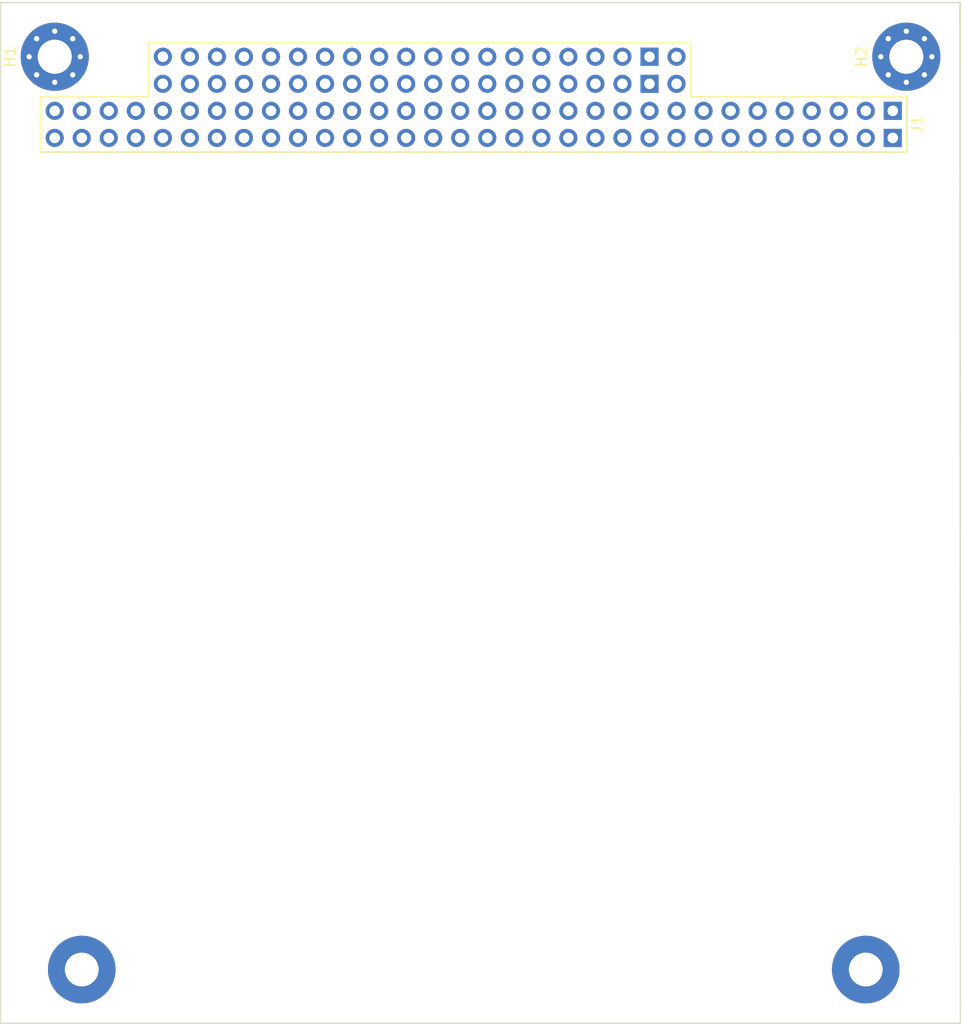
<source format=kicad_pcb>
(kicad_pcb (version 20221018) (generator pcbnew)
  (layers (0 "F.Cu" signal) (31 "B.Cu" signal) (34 "B.Paste" user) (35 "F.Paste" user) (36 "B.SilkS" user "B.Silkscreen") (37 "F.SilkS" user "F.Silkscreen") (38 "B.Mask" user) (39 "F.Mask" user) (44 "Edge.Cuts" user))
  (net 0 "")
  (net 1 "GND")
  (net 2 "/IO{slash}~{IOCHK}")
  (net 3 "/DB7{slash}SD7")
  (net 4 "/DB6{slash}SD6")
  (net 5 "/DB5{slash}SD5")
  (net 6 "/DB4{slash}SD4")
  (net 7 "/DB3{slash}SD3")
  (net 8 "/DB2{slash}SD2")
  (net 9 "/DB1{slash}SD1")
  (net 10 "/DB0{slash}SD0")
  (net 11 "/IO_READY{slash}IOCHRDY")
  (net 12 "/AEN")
  (net 13 "/BA19{slash}SA19")
  (net 14 "/BA18{slash}SA18")
  (net 15 "/BA17{slash}SA17")
  (net 16 "/BA16{slash}SA16")
  (net 17 "/BA15{slash}SA15")
  (net 18 "/BA14{slash}SA14")
  (net 19 "/BA13{slash}SA13")
  (net 20 "/BA12{slash}SA12")
  (net 21 "/BA11{slash}SA11")
  (net 22 "/BA10{slash}SA10")
  (net 23 "/BA9{slash}SA9")
  (net 24 "/BA8{slash}SA8")
  (net 25 "/BA7{slash}SA7")
  (net 26 "/BA6{slash}SA6")
  (net 27 "/BA5{slash}SA5")
  (net 28 "/BA4{slash}SA4")
  (net 29 "/BA3{slash}SA3")
  (net 30 "/BA2{slash}SA2")
  (net 31 "/BA1{slash}SA1")
  (net 32 "/BA0{slash}SA0")
  (net 33 "/RESET")
  (net 34 "+5V")
  (net 35 "/IRQ2{slash}IRQ9")
  (net 36 "-5V")
  (net 37 "/DRQ2")
  (net 38 "-12V")
  (net 39 "/~{SRDY}")
  (net 40 "+12V")
  (net 42 "/~{SMEMW}")
  (net 43 "/~{SMEMR}")
  (net 44 "/~{IOW}")
  (net 45 "/~{IOR}")
  (net 46 "/~{DACK3")
  (net 47 "/DRQ3")
  (net 48 "/~{DACK1")
  (net 49 "/DRQ1")
  (net 50 "/~{REFRESH")
  (net 51 "/CLK{slash}BCLK")
  (net 52 "/IRQ7")
  (net 53 "/IRQ6")
  (net 54 "/IRQ5")
  (net 55 "/IRQ4")
  (net 56 "/IRQ3")
  (net 57 "/~{DACK2")
  (net 58 "/TC")
  (net 59 "/ALE{slash}BALE")
  (net 60 "/OSC")
  (net 61 "/SBHE{slash}~{SBHE")
  (net 62 "/LA23")
  (net 63 "/LA22")
  (net 64 "/LA21")
  (net 65 "/LA20")
  (net 66 "/LA19")
  (net 67 "/LA18")
  (net 68 "/LA17")
  (net 69 "/~{MEMR")
  (net 70 "/~{MEMW")
  (net 71 "/D8{slash}SD8")
  (net 72 "/D9{slash}SD9")
  (net 73 "/D10{slash}SD10")
  (net 74 "/D11{slash}SD11")
  (net 75 "/D12{slash}SD12")
  (net 76 "/D13{slash}SD13")
  (net 77 "/D14{slash}SD14")
  (net 78 "/D15{slash}SD15")
  (net 80 "/~{MEMCS16")
  (net 81 "/~{IOCS16")
  (net 82 "/IRQ10")
  (net 83 "/IRQ11")
  (net 84 "/IRQ12")
  (net 85 "/IRQ15")
  (net 86 "/IRQ14")
  (net 87 "/~{DACK0")
  (net 88 "/DRQ0")
  (net 89 "/~{DACK5")
  (net 90 "/DRQ5")
  (net 91 "/~{DACK6")
  (net 92 "/DRQ6")
  (net 93 "/~{DACK7}")
  (net 94 "/DRQ7")
  (net 95 "/MASTER{slash}~{MASTER}")
  (footprint "Basic:PC104_16bit" (layer "F.Cu") (at 173.0756 40.2336 90)
    (fp_text reference "J1" (at -11.43 -4.02 90) (layer "F.SilkS"))
    (fp_text value "Bus_PC104_16bit")
    (fp_line (start -95.89 -90.17) (end -95.89 0) (stroke (width 0.12)) (layer "F.SilkS"))
    (fp_line (start 0 -90.17) (end -95.89 -90.17) (stroke (width 0.12)) (layer "F.SilkS"))
    (fp_line (start 0 0) (end -95.89 0) (stroke (width 0.12)) (layer "F.SilkS"))
    (fp_line (start 0 0) (end 0 -90.17) (stroke (width 0.12)) (layer "F.SilkS"))
    (pad "" thru_hole circle (at -90.81 -82.55 90) (size 6.35 6.35) (drill 3.18) (layers "*.Cu" "*.Mask"))
    (pad "" thru_hole circle (at -90.81 -8.89 90) (size 6.35 6.35) (drill 3.18) (layers "*.Cu" "*.Mask"))
    (pad "" thru_hole circle (at -5.08 -85.09 90) (size 6.35 6.35) (drill 3.18) (layers "*.Cu" "*.Mask"))
    (pad "" thru_hole circle (at -5.08 -5.08 90) (size 6.35 6.35) (drill 3.18) (layers "*.Cu" "*.Mask"))
    (pad "A1" thru_hole rect (at -10.16 -6.35 270) (size 1.7 1.7) (drill 1) (layers "*.Cu" "*.Mask") (net 2 "/IO{slash}~{IOCHK}"))
    (pad "A2" thru_hole oval (at -10.16 -8.89 270) (size 1.7 1.7) (drill 1) (layers "*.Cu" "*.Mask") (net 3 "/DB7{slash}SD7"))
    (pad "A3" thru_hole oval (at -10.16 -11.43 270) (size 1.7 1.7) (drill 1) (layers "*.Cu" "*.Mask") (net 4 "/DB6{slash}SD6"))
    (pad "A4" thru_hole oval (at -10.16 -13.97 270) (size 1.7 1.7) (drill 1) (layers "*.Cu" "*.Mask") (net 5 "/DB5{slash}SD5"))
    (pad "A5" thru_hole oval (at -10.16 -16.51 270) (size 1.7 1.7) (drill 1) (layers "*.Cu" "*.Mask") (net 6 "/DB4{slash}SD4"))
    (pad "A6" thru_hole oval (at -10.16 -19.05 270) (size 1.7 1.7) (drill 1) (layers "*.Cu" "*.Mask") (net 7 "/DB3{slash}SD3"))
    (pad "A7" thru_hole oval (at -10.16 -21.59 270) (size 1.7 1.7) (drill 1) (layers "*.Cu" "*.Mask") (net 8 "/DB2{slash}SD2"))
    (pad "A8" thru_hole oval (at -10.16 -24.13 270) (size 1.7 1.7) (drill 1) (layers "*.Cu" "*.Mask") (net 9 "/DB1{slash}SD1"))
    (pad "A9" thru_hole oval (at -10.16 -26.67 270) (size 1.7 1.7) (drill 1) (layers "*.Cu" "*.Mask") (net 10 "/DB0{slash}SD0"))
    (pad "A10" thru_hole oval (at -10.16 -29.21 270) (size 1.7 1.7) (drill 1) (layers "*.Cu" "*.Mask") (net 11 "/IO_READY{slash}IOCHRDY"))
    (pad "A11" thru_hole oval (at -10.16 -31.75 270) (size 1.7 1.7) (drill 1) (layers "*.Cu" "*.Mask") (net 12 "/AEN"))
    (pad "A12" thru_hole oval (at -10.16 -34.29 270) (size 1.7 1.7) (drill 1) (layers "*.Cu" "*.Mask") (net 13 "/BA19{slash}SA19"))
    (pad "A13" thru_hole oval (at -10.16 -36.83 270) (size 1.7 1.7) (drill 1) (layers "*.Cu" "*.Mask") (net 14 "/BA18{slash}SA18"))
    (pad "A14" thru_hole oval (at -10.16 -39.37 270) (size 1.7 1.7) (drill 1) (layers "*.Cu" "*.Mask") (net 15 "/BA17{slash}SA17"))
    (pad "A15" thru_hole oval (at -10.16 -41.91 270) (size 1.7 1.7) (drill 1) (layers "*.Cu" "*.Mask") (net 16 "/BA16{slash}SA16"))
    (pad "A16" thru_hole oval (at -10.16 -44.45 270) (size 1.7 1.7) (drill 1) (layers "*.Cu" "*.Mask") (net 17 "/BA15{slash}SA15"))
    (pad "A17" thru_hole oval (at -10.16 -46.99 270) (size 1.7 1.7) (drill 1) (layers "*.Cu" "*.Mask") (net 18 "/BA14{slash}SA14"))
    (pad "A18" thru_hole oval (at -10.16 -49.53 270) (size 1.7 1.7) (drill 1) (layers "*.Cu" "*.Mask") (net 19 "/BA13{slash}SA13"))
    (pad "A19" thru_hole oval (at -10.16 -52.07 270) (size 1.7 1.7) (drill 1) (layers "*.Cu" "*.Mask") (net 20 "/BA12{slash}SA12"))
    (pad "A20" thru_hole oval (at -10.16 -54.61 270) (size 1.7 1.7) (drill 1) (layers "*.Cu" "*.Mask") (net 21 "/BA11{slash}SA11"))
    (pad "A21" thru_hole oval (at -10.16 -57.15 270) (size 1.7 1.7) (drill 1) (layers "*.Cu" "*.Mask") (net 22 "/BA10{slash}SA10"))
    (pad "A22" thru_hole oval (at -10.16 -59.69 270) (size 1.7 1.7) (drill 1) (layers "*.Cu" "*.Mask") (net 23 "/BA9{slash}SA9"))
    (pad "A23" thru_hole oval (at -10.16 -62.23 270) (size 1.7 1.7) (drill 1) (layers "*.Cu" "*.Mask") (net 24 "/BA8{slash}SA8"))
    (pad "A24" thru_hole oval (at -10.16 -64.77 270) (size 1.7 1.7) (drill 1) (layers "*.Cu" "*.Mask") (net 25 "/BA7{slash}SA7"))
    (pad "A25" thru_hole oval (at -10.16 -67.31 270) (size 1.7 1.7) (drill 1) (layers "*.Cu" "*.Mask") (net 26 "/BA6{slash}SA6"))
    (pad "A26" thru_hole oval (at -10.16 -69.85 270) (size 1.7 1.7) (drill 1) (layers "*.Cu" "*.Mask") (net 27 "/BA5{slash}SA5"))
    (pad "A27" thru_hole oval (at -10.16 -72.39 270) (size 1.7 1.7) (drill 1) (layers "*.Cu" "*.Mask") (net 28 "/BA4{slash}SA4"))
    (pad "A28" thru_hole oval (at -10.16 -74.93 270) (size 1.7 1.7) (drill 1) (layers "*.Cu" "*.Mask") (net 29 "/BA3{slash}SA3"))
    (pad "A29" thru_hole oval (at -10.16 -77.47 270) (size 1.7 1.7) (drill 1) (layers "*.Cu" "*.Mask") (net 30 "/BA2{slash}SA2"))
    (pad "A30" thru_hole oval (at -10.16 -80.01 270) (size 1.7 1.7) (drill 1) (layers "*.Cu" "*.Mask") (net 31 "/BA1{slash}SA1"))
    (pad "A31" thru_hole oval (at -10.16 -82.55 270) (size 1.7 1.7) (drill 1) (layers "*.Cu" "*.Mask") (net 32 "/BA0{slash}SA0"))
    (pad "A32" thru_hole oval (at -10.16 -85.09 270) (size 1.7 1.7) (drill 1) (layers "*.Cu" "*.Mask") (net 1 "GND"))
    (pad "B1" thru_hole rect (at -12.7 -6.35 270) (size 1.7 1.7) (drill 1) (layers "*.Cu" "*.Mask") (net 1 "GND"))
    (pad "B2" thru_hole oval (at -12.7 -8.89 270) (size 1.7 1.7) (drill 1) (layers "*.Cu" "*.Mask") (net 33 "/RESET"))
    (pad "B3" thru_hole oval (at -12.7 -11.43 270) (size 1.7 1.7) (drill 1) (layers "*.Cu" "*.Mask") (net 34 "+5V"))
    (pad "B4" thru_hole oval (at -12.7 -13.97 270) (size 1.7 1.7) (drill 1) (layers "*.Cu" "*.Mask") (net 35 "/IRQ2{slash}IRQ9"))
    (pad "B5" thru_hole oval (at -12.7 -16.51 270) (size 1.7 1.7) (drill 1) (layers "*.Cu" "*.Mask") (net 36 "-5V"))
    (pad "B6" thru_hole oval (at -12.7 -19.05 270) (size 1.7 1.7) (drill 1) (layers "*.Cu" "*.Mask") (net 37 "/DRQ2"))
    (pad "B7" thru_hole oval (at -12.7 -21.59 270) (size 1.7 1.7) (drill 1) (layers "*.Cu" "*.Mask") (net 38 "-12V"))
    (pad "B8" thru_hole oval (at -12.7 -24.13 270) (size 1.7 1.7) (drill 1) (layers "*.Cu" "*.Mask") (net 39 "/~{SRDY}"))
    (pad "B9" thru_hole oval (at -12.7 -26.67 270) (size 1.7 1.7) (drill 1) (layers "*.Cu" "*.Mask") (net 40 "+12V"))
    (pad "B10" thru_hole oval (at -12.7 -29.21 270) (size 1.7 1.7) (drill 1) (layers "*.Cu" "*.Mask"))
    (pad "B11" thru_hole oval (at -12.7 -31.75 270) (size 1.7 1.7) (drill 1) (layers "*.Cu" "*.Mask") (net 42 "/~{SMEMW}"))
    (pad "B12" thru_hole oval (at -12.7 -34.29 270) (size 1.7 1.7) (drill 1) (layers "*.Cu" "*.Mask") (net 43 "/~{SMEMR}"))
    (pad "B13" thru_hole oval (at -12.7 -36.83 270) (size 1.7 1.7) (drill 1) (layers "*.Cu" "*.Mask") (net 44 "/~{IOW}"))
    (pad "B14" thru_hole oval (at -12.7 -39.37 270) (size 1.7 1.7) (drill 1) (layers "*.Cu" "*.Mask") (net 45 "/~{IOR}"))
    (pad "B15" thru_hole oval (at -12.7 -41.91 270) (size 1.7 1.7) (drill 1) (layers "*.Cu" "*.Mask") (net 46 "/~{DACK3"))
    (pad "B16" thru_hole oval (at -12.7 -44.45 270) (size 1.7 1.7) (drill 1) (layers "*.Cu" "*.Mask") (net 47 "/DRQ3"))
    (pad "B17" thru_hole oval (at -12.7 -46.99 270) (size 1.7 1.7) (drill 1) (layers "*.Cu" "*.Mask") (net 48 "/~{DACK1"))
    (pad "B18" thru_hole oval (at -12.7 -49.53 270) (size 1.7 1.7) (drill 1) (layers "*.Cu" "*.Mask") (net 49 "/DRQ1"))
    (pad "B19" thru_hole oval (at -12.7 -52.07 270) (size 1.7 1.7) (drill 1) (layers "*.Cu" "*.Mask") (net 50 "/~{REFRESH"))
    (pad "B20" thru_hole oval (at -12.7 -54.61 270) (size 1.7 1.7) (drill 1) (layers "*.Cu" "*.Mask") (net 51 "/CLK{slash}BCLK"))
    (pad "B21" thru_hole oval (at -12.7 -57.15 270) (size 1.7 1.7) (drill 1) (layers "*.Cu" "*.Mask") (net 52 "/IRQ7"))
    (pad "B22" thru_hole oval (at -12.7 -59.69 270) (size 1.7 1.7) (drill 1) (layers "*.Cu" "*.Mask") (net 53 "/IRQ6"))
    (pad "B23" thru_hole oval (at -12.7 -62.23 270) (size 1.7 1.7) (drill 1) (layers "*.Cu" "*.Mask") (net 54 "/IRQ5"))
    (pad "B24" thru_hole oval (at -12.7 -64.77 270) (size 1.7 1.7) (drill 1) (layers "*.Cu" "*.Mask") (net 55 "/IRQ4"))
    (pad "B25" thru_hole oval (at -12.7 -67.31 270) (size 1.7 1.7) (drill 1) (layers "*.Cu" "*.Mask") (net 56 "/IRQ3"))
    (pad "B26" thru_hole oval (at -12.7 -69.85 270) (size 1.7 1.7) (drill 1) (layers "*.Cu" "*.Mask") (net 57 "/~{DACK2"))
    (pad "B27" thru_hole oval (at -12.7 -72.39 270) (size 1.7 1.7) (drill 1) (layers "*.Cu" "*.Mask") (net 58 "/TC"))
    (pad "B28" thru_hole oval (at -12.7 -74.93 270) (size 1.7 1.7) (drill 1) (layers "*.Cu" "*.Mask") (net 59 "/ALE{slash}BALE"))
    (pad "B29" thru_hole oval (at -12.7 -77.47 270) (size 1.7 1.7) (drill 1) (layers "*.Cu" "*.Mask") (net 34 "+5V"))
    (pad "B30" thru_hole oval (at -12.7 -80.01 270) (size 1.7 1.7) (drill 1) (layers "*.Cu" "*.Mask") (net 60 "/OSC"))
    (pad "B31" thru_hole oval (at -12.7 -82.55 270) (size 1.7 1.7) (drill 1) (layers "*.Cu" "*.Mask") (net 1 "GND"))
    (pad "B32" thru_hole oval (at -12.7 -85.09 270) (size 1.7 1.7) (drill 1) (layers "*.Cu" "*.Mask") (net 1 "GND"))
    (pad "C0" thru_hole oval (at -7.62 -26.67 270) (size 1.7 1.7) (drill 1) (layers "*.Cu" "*.Mask") (net 1 "GND"))
    (pad "C1" thru_hole rect (at -7.62 -29.21 270) (size 1.7 1.7) (drill 1) (layers "*.Cu" "*.Mask") (net 61 "/SBHE{slash}~{SBHE"))
    (pad "C2" thru_hole oval (at -7.62 -31.75 270) (size 1.7 1.7) (drill 1) (layers "*.Cu" "*.Mask") (net 62 "/LA23"))
    (pad "C3" thru_hole oval (at -7.62 -34.29 270) (size 1.7 1.7) (drill 1) (layers "*.Cu" "*.Mask") (net 63 "/LA22"))
    (pad "C4" thru_hole oval (at -7.62 -36.83 270) (size 1.7 1.7) (drill 1) (layers "*.Cu" "*.Mask") (net 64 "/LA21"))
    (pad "C5" thru_hole oval (at -7.62 -39.37 270) (size 1.7 1.7) (drill 1) (layers "*.Cu" "*.Mask") (net 65 "/LA20"))
    (pad "C6" thru_hole oval (at -7.62 -41.91 270) (size 1.7 1.7) (drill 1) (layers "*.Cu" "*.Mask") (net 66 "/LA19"))
    (pad "C7" thru_hole oval (at -7.62 -44.45 270) (size 1.7 1.7) (drill 1) (layers "*.Cu" "*.Mask") (net 67 "/LA18"))
    (pad "C8" thru_hole oval (at -7.62 -46.99 270) (size 1.7 1.7) (drill 1) (layers "*.Cu" "*.Mask") (net 68 "/LA17"))
    (pad "C9" thru_hole oval (at -7.62 -49.53 270) (size 1.7 1.7) (drill 1) (layers "*.Cu" "*.Mask") (net 69 "/~{MEMR"))
    (pad "C10" thru_hole oval (at -7.62 -52.07 270) (size 1.7 1.7) (drill 1) (layers "*.Cu" "*.Mask") (net 70 "/~{MEMW"))
    (pad "C11" thru_hole oval (at -7.62 -54.61 270) (size 1.7 1.7) (drill 1) (layers "*.Cu" "*.Mask") (net 71 "/D8{slash}SD8"))
    (pad "C12" thru_hole oval (at -7.62 -57.15 270) (size 1.7 1.7) (drill 1) (layers "*.Cu" "*.Mask") (net 72 "/D9{slash}SD9"))
    (pad "C13" thru_hole oval (at -7.62 -59.69 270) (size 1.7 1.7) (drill 1) (layers "*.Cu" "*.Mask") (net 73 "/D10{slash}SD10"))
    (pad "C14" thru_hole oval (at -7.62 -62.23 270) (size 1.7 1.7) (drill 1) (layers "*.Cu" "*.Mask") (net 74 "/D11{slash}SD11"))
    (pad "C15" thru_hole oval (at -7.62 -64.77 270) (size 1.7 1.7) (drill 1) (layers "*.Cu" "*.Mask") (net 75 "/D12{slash}SD12"))
    (pad "C16" thru_hole oval (at -7.62 -67.31 270) (size 1.7 1.7) (drill 1) (layers "*.Cu" "*.Mask") (net 76 "/D13{slash}SD13"))
    (pad "C17" thru_hole oval (at -7.62 -69.85 270) (size 1.7 1.7) (drill 1) (layers "*.Cu" "*.Mask") (net 77 "/D14{slash}SD14"))
    (pad "C18" thru_hole oval (at -7.62 -72.39 270) (size 1.7 1.7) (drill 1) (layers "*.Cu" "*.Mask") (net 78 "/D15{slash}SD15"))
    (pad "C19" thru_hole oval (at -7.62 -74.93 270) (size 1.7 1.7) (drill 1) (layers "*.Cu" "*.Mask"))
    (pad "D0" thru_hole oval (at -5.08 -26.67 270) (size 1.7 1.7) (drill 1) (layers "*.Cu" "*.Mask") (net 1 "GND"))
    (pad "D1" thru_hole rect (at -5.08 -29.21 270) (size 1.7 1.7) (drill 1) (layers "*.Cu" "*.Mask") (net 80 "/~{MEMCS16"))
    (pad "D2" thru_hole oval (at -5.08 -31.75 270) (size 1.7 1.7) (drill 1) (layers "*.Cu" "*.Mask") (net 81 "/~{IOCS16"))
    (pad "D3" thru_hole oval (at -5.08 -34.29 270) (size 1.7 1.7) (drill 1) (layers "*.Cu" "*.Mask") (net 82 "/IRQ10"))
    (pad "D4" thru_hole oval (at -5.08 -36.83 270) (size 1.7 1.7) (drill 1) (layers "*.Cu" "*.Mask") (net 83 "/IRQ11"))
    (pad "D5" thru_hole oval (at -5.08 -39.37 270) (size 1.7 1.7) (drill 1) (layers "*.Cu" "*.Mask") (net 84 "/IRQ12"))
    (pad "D6" thru_hole oval (at -5.08 -41.91 270) (size 1.7 1.7) (drill 1) (layers "*.Cu" "*.Mask") (net 85 "/IRQ15"))
    (pad "D7" thru_hole oval (at -5.08 -44.45 270) (size 1.7 1.7) (drill 1) (layers "*.Cu" "*.Mask") (net 86 "/IRQ14"))
    (pad "D8" thru_hole oval (at -5.08 -46.99 270) (size 1.7 1.7) (drill 1) (layers "*.Cu" "*.Mask") (net 87 "/~{DACK0"))
    (pad "D9" thru_hole oval (at -5.08 -49.53 270) (size 1.7 1.7) (drill 1) (layers "*.Cu" "*.Mask") (net 88 "/DRQ0"))
    (pad "D10" thru_hole oval (at -5.08 -52.07 270) (size 1.7 1.7) (drill 1) (layers "*.Cu" "*.Mask") (net 89 "/~{DACK5"))
    (pad "D11" thru_hole oval (at -5.08 -54.61 270) (size 1.7 1.7) (drill 1) (layers "*.Cu" "*.Mask") (net 90 "/DRQ5"))
    (pad "D12" thru_hole oval (at -5.08 -57.15 270) (size 1.7 1.7) (drill 1) (layers "*.Cu" "*.Mask") (net 91 "/~{DACK6"))
    (pad "D13" thru_hole oval (at -5.08 -59.69 270) (size 1.7 1.7) (drill 1) (layers "*.Cu" "*.Mask") (net 92 "/DRQ6"))
    (pad "D14" thru_hole oval (at -5.08 -62.23 270) (size 1.7 1.7) (drill 1) (layers "*.Cu" "*.Mask") (net 93 "/~{DACK7}"))
    (pad "D15" thru_hole oval (at -5.08 -64.77 270) (size 1.7 1.7) (drill 1) (layers "*.Cu" "*.Mask") (net 94 "/DRQ7"))
    (pad "D16" thru_hole oval (at -5.08 -67.31 270) (size 1.7 1.7) (drill 1) (layers "*.Cu" "*.Mask") (net 34 "+5V"))
    (pad "D17" thru_hole oval (at -5.08 -69.85 270) (size 1.7 1.7) (drill 1) (layers "*.Cu" "*.Mask") (net 95 "/MASTER{slash}~{MASTER}"))
    (pad "D18" thru_hole oval (at -5.08 -72.39 270) (size 1.7 1.7) (drill 1) (layers "*.Cu" "*.Mask") (net 1 "GND"))
    (pad "D19" thru_hole oval (at -5.08 -74.93 270) (size 1.7 1.7) (drill 1) (layers "*.Cu" "*.Mask") (net 1 "GND"))
  )
  (footprint "MountingHole:MountingHole_3.2mm_M3_Pad_Via" (layer "F.Cu") (at 87.9856 45.3136 90)
    (fp_text reference "H1" (at 0 -4.2 90) (layer "F.SilkS"))
    (fp_text value "~")
    (pad "1" thru_hole circle (at -2.4 0 90) (size 0.8 0.8) (drill 0.5) (layers "*.Cu" "*.Mask") (net 1 "GND"))
    (pad "1" thru_hole circle (at -1.697056 -1.697056 90) (size 0.8 0.8) (drill 0.5) (layers "*.Cu" "*.Mask") (net 1 "GND"))
    (pad "1" thru_hole circle (at -1.697056 1.697056 90) (size 0.8 0.8) (drill 0.5) (layers "*.Cu" "*.Mask") (net 1 "GND"))
    (pad "1" thru_hole circle (at 0 -2.4 90) (size 0.8 0.8) (drill 0.5) (layers "*.Cu" "*.Mask") (net 1 "GND"))
    (pad "1" thru_hole circle (at 0 0 90) (size 6.4 6.4) (drill 3.2) (layers "*.Cu" "*.Mask") (net 1 "GND"))
    (pad "1" thru_hole circle (at 0 2.4 90) (size 0.8 0.8) (drill 0.5) (layers "*.Cu" "*.Mask") (net 1 "GND"))
    (pad "1" thru_hole circle (at 1.697056 -1.697056 90) (size 0.8 0.8) (drill 0.5) (layers "*.Cu" "*.Mask") (net 1 "GND"))
    (pad "1" thru_hole circle (at 1.697056 1.697056 90) (size 0.8 0.8) (drill 0.5) (layers "*.Cu" "*.Mask") (net 1 "GND"))
    (pad "1" thru_hole circle (at 2.4 0 90) (size 0.8 0.8) (drill 0.5) (layers "*.Cu" "*.Mask") (net 1 "GND"))
  )
  (footprint "MountingHole:MountingHole_3.2mm_M3_Pad_Via" (layer "F.Cu") (at 167.9956 45.3136 90)
    (fp_text reference "H2" (at 0 -4.2 90) (layer "F.SilkS"))
    (fp_text value "~")
    (pad "1" thru_hole circle (at -2.4 0 90) (size 0.8 0.8) (drill 0.5) (layers "*.Cu" "*.Mask") (net 1 "GND"))
    (pad "1" thru_hole circle (at -1.697056 -1.697056 90) (size 0.8 0.8) (drill 0.5) (layers "*.Cu" "*.Mask") (net 1 "GND"))
    (pad "1" thru_hole circle (at -1.697056 1.697056 90) (size 0.8 0.8) (drill 0.5) (layers "*.Cu" "*.Mask") (net 1 "GND"))
    (pad "1" thru_hole circle (at 0 -2.4 90) (size 0.8 0.8) (drill 0.5) (layers "*.Cu" "*.Mask") (net 1 "GND"))
    (pad "1" thru_hole circle (at 0 0 90) (size 6.4 6.4) (drill 3.2) (layers "*.Cu" "*.Mask") (net 1 "GND"))
    (pad "1" thru_hole circle (at 0 2.4 90) (size 0.8 0.8) (drill 0.5) (layers "*.Cu" "*.Mask") (net 1 "GND"))
    (pad "1" thru_hole circle (at 1.697056 -1.697056 90) (size 0.8 0.8) (drill 0.5) (layers "*.Cu" "*.Mask") (net 1 "GND"))
    (pad "1" thru_hole circle (at 1.697056 1.697056 90) (size 0.8 0.8) (drill 0.5) (layers "*.Cu" "*.Mask") (net 1 "GND"))
    (pad "1" thru_hole circle (at 2.4 0 90) (size 0.8 0.8) (drill 0.5) (layers "*.Cu" "*.Mask") (net 1 "GND"))
  )
  (gr_line (start 168.0556 49.0636) (end 168.0556 54.2636) (stroke (width 0.15)) (layer "F.SilkS"))
  (gr_line (start 147.7356 43.9836) (end 147.7356 49.0728) (stroke (width 0.15)) (layer "F.SilkS"))
  (gr_line (start 96.8156 43.9836) (end 147.7356 43.9836) (stroke (width 0.15)) (layer "F.SilkS"))
  (gr_line (start 96.8156 43.9836) (end 96.8156 49.0728) (stroke (width 0.15)) (layer "F.SilkS"))
  (gr_line (start 86.6556 54.2636) (end 86.6556 49.0636) (stroke (width 0.15)) (layer "F.SilkS"))
  (gr_line (start 147.7356 49.0728) (end 168.0556 49.0636) (stroke (width 0.15)) (layer "F.SilkS"))
  (gr_line (start 168.0556 54.2636) (end 86.6556 54.2636) (stroke (width 0.15)) (layer "F.SilkS"))
  (gr_line (start 86.6556 49.0636) (end 96.8156 49.0728) (stroke (width 0.15)) (layer "F.SilkS"))
  (gr_line (start 82.9056 136.0932) (end 173.0756 136.0932) (stroke (width 0.1)) (layer "Edge.Cuts"))
  (gr_line (start 173.0248 40.2336) (end 82.9056 40.2336) (stroke (width 0.1)) (layer "Edge.Cuts"))
  (gr_line (start 82.9056 40.2336) (end 82.9056 136.0932) (stroke (width 0.1)) (layer "Edge.Cuts"))
  (gr_line (start 173.0756 136.0932) (end 173.0248 40.2336) (stroke (width 0.1)) (layer "Edge.Cuts"))
)
</source>
